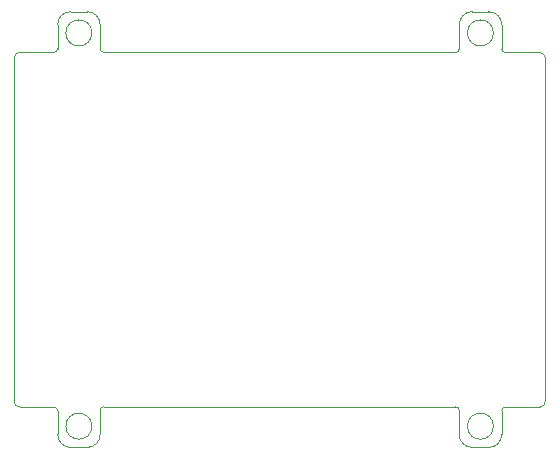
<source format=gbr>
%TF.GenerationSoftware,KiCad,Pcbnew,9.0.1+1*%
%TF.CreationDate,2025-09-06T09:54:06+00:00*%
%TF.ProjectId,ZSWatch-Heartrate-DevKit,5a535761-7463-4682-9d48-656172747261,1.3.0*%
%TF.SameCoordinates,Original*%
%TF.FileFunction,Profile,NP*%
%FSLAX46Y46*%
G04 Gerber Fmt 4.6, Leading zero omitted, Abs format (unit mm)*
G04 Created by KiCad (PCBNEW 9.0.1+1) date 2025-09-06 09:54:06*
%MOMM*%
%LPD*%
G01*
G04 APERTURE LIST*
%TA.AperFunction,Profile*%
%ADD10C,0.100000*%
%TD*%
G04 APERTURE END LIST*
D10*
X190300000Y-136375000D02*
X220100000Y-136375000D01*
X224300000Y-166400000D02*
X227200000Y-166400000D01*
X183200000Y-166400000D02*
G75*
G02*
X182700000Y-165900000I0J500000D01*
G01*
X186400000Y-134025000D02*
G75*
G02*
X187500000Y-132925000I1100000J0D01*
G01*
X186400000Y-136075000D02*
X186400000Y-134025000D01*
X182700000Y-136875000D02*
X182700000Y-165900000D01*
X190000000Y-168725000D02*
G75*
G02*
X188900000Y-169825000I-1100000J0D01*
G01*
X224000000Y-166700000D02*
X224000000Y-168725000D01*
X190000000Y-166675000D02*
G75*
G02*
X190300000Y-166375000I300000J0D01*
G01*
X220400000Y-136075000D02*
X220400000Y-134025000D01*
X188900000Y-132925000D02*
G75*
G02*
X190000000Y-134025000I0J-1100000D01*
G01*
X220100000Y-166375000D02*
X190300000Y-166375000D01*
X188900000Y-169825000D02*
X187500000Y-169825000D01*
X224300000Y-136375000D02*
G75*
G02*
X224000000Y-136075000I0J300000D01*
G01*
X186400000Y-136075000D02*
G75*
G02*
X186100000Y-136375000I-300000J0D01*
G01*
X190000000Y-166675000D02*
X190000000Y-168725000D01*
X220400000Y-168725000D02*
X220400000Y-166675000D01*
X222900000Y-169825000D02*
X221500000Y-169825000D01*
X223300000Y-134725000D02*
G75*
G02*
X221100000Y-134725000I-1100000J0D01*
G01*
X221100000Y-134725000D02*
G75*
G02*
X223300000Y-134725000I1100000J0D01*
G01*
X187500000Y-132925000D02*
X188900000Y-132925000D01*
X221500000Y-132925000D02*
X222900000Y-132925000D01*
X187500000Y-169825000D02*
G75*
G02*
X186400000Y-168725000I0J1100000D01*
G01*
X190300000Y-136375000D02*
G75*
G02*
X190000000Y-136075000I0J300000D01*
G01*
X182700000Y-136875000D02*
G75*
G02*
X183200000Y-136375000I500000J0D01*
G01*
X220400000Y-134025000D02*
G75*
G02*
X221500000Y-132925000I1100000J0D01*
G01*
X221500000Y-169825000D02*
G75*
G02*
X220400000Y-168725000I0J1100000D01*
G01*
X220100000Y-166375000D02*
G75*
G02*
X220400000Y-166675000I0J-300000D01*
G01*
X227200000Y-136375000D02*
G75*
G02*
X227700000Y-136875000I0J-500000D01*
G01*
X227700000Y-165900000D02*
X227700000Y-136875000D01*
X224000000Y-166700000D02*
G75*
G02*
X224300000Y-166400000I300000J0D01*
G01*
X224000000Y-134025000D02*
X224000000Y-136075000D01*
X189300000Y-134725000D02*
G75*
G02*
X187100000Y-134725000I-1100000J0D01*
G01*
X187100000Y-134725000D02*
G75*
G02*
X189300000Y-134725000I1100000J0D01*
G01*
X183200000Y-136375000D02*
X186100000Y-136375000D01*
X190000000Y-134025000D02*
X190000000Y-136075000D01*
X227700000Y-165900000D02*
G75*
G02*
X227200000Y-166400000I-500000J0D01*
G01*
X189300000Y-168025000D02*
G75*
G02*
X187100000Y-168025000I-1100000J0D01*
G01*
X187100000Y-168025000D02*
G75*
G02*
X189300000Y-168025000I1100000J0D01*
G01*
X222900000Y-132925000D02*
G75*
G02*
X224000000Y-134025000I0J-1100000D01*
G01*
X223300000Y-168025000D02*
G75*
G02*
X221100000Y-168025000I-1100000J0D01*
G01*
X221100000Y-168025000D02*
G75*
G02*
X223300000Y-168025000I1100000J0D01*
G01*
X224300000Y-136375000D02*
X227200000Y-136375000D01*
X186400000Y-168725000D02*
X186400000Y-166700000D01*
X220400000Y-136075000D02*
G75*
G02*
X220100000Y-136375000I-300000J0D01*
G01*
X186100000Y-166400000D02*
G75*
G02*
X186400000Y-166700000I0J-300000D01*
G01*
X224000000Y-168725000D02*
G75*
G02*
X222900000Y-169825000I-1100000J0D01*
G01*
X186100000Y-166400000D02*
X183200000Y-166400000D01*
M02*

</source>
